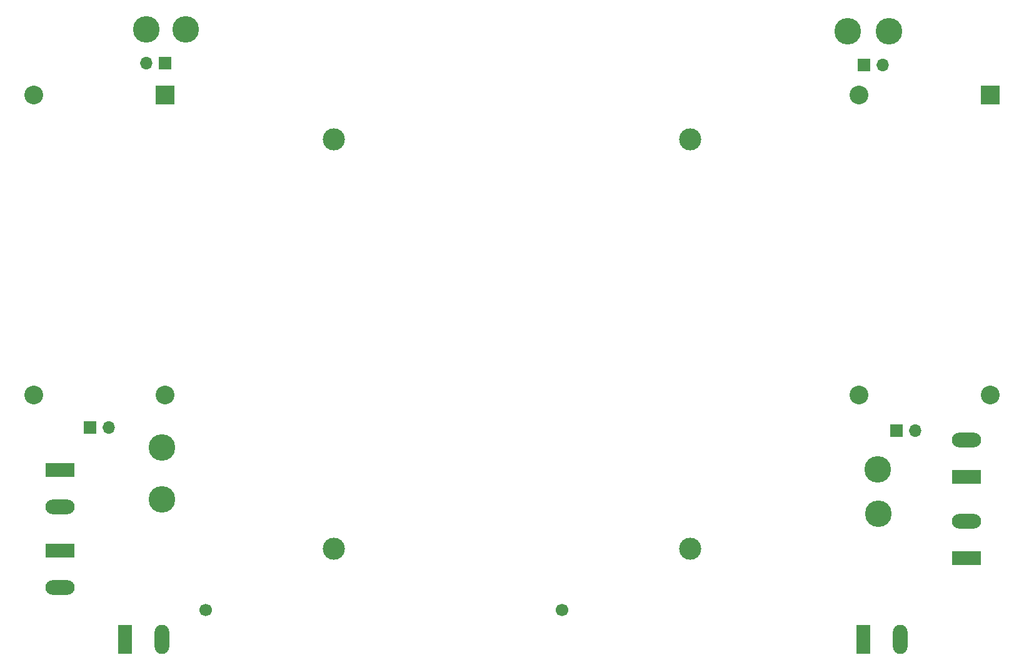
<source format=gbr>
%TF.GenerationSoftware,KiCad,Pcbnew,7.0.8*%
%TF.CreationDate,2023-10-08T21:39:20-07:00*%
%TF.ProjectId,cube2,63756265-322e-46b6-9963-61645f706362,rev?*%
%TF.SameCoordinates,Original*%
%TF.FileFunction,Soldermask,Bot*%
%TF.FilePolarity,Negative*%
%FSLAX46Y46*%
G04 Gerber Fmt 4.6, Leading zero omitted, Abs format (unit mm)*
G04 Created by KiCad (PCBNEW 7.0.8) date 2023-10-08 21:39:20*
%MOMM*%
%LPD*%
G01*
G04 APERTURE LIST*
%ADD10C,3.600000*%
%ADD11R,1.980000X3.960000*%
%ADD12O,1.980000X3.960000*%
%ADD13R,3.960000X1.980000*%
%ADD14O,3.960000X1.980000*%
%ADD15R,1.700000X1.700000*%
%ADD16O,1.700000X1.700000*%
%ADD17R,2.540000X2.540000*%
%ADD18C,2.540000*%
%ADD19C,3.000000*%
%ADD20C,1.700000*%
G04 APERTURE END LIST*
D10*
%TO.C,J13*%
X156464000Y-53594000D03*
%TD*%
%TO.C,J12*%
X150876000Y-53594000D03*
%TD*%
%TO.C,J10*%
X55880000Y-53340000D03*
%TD*%
%TO.C,J9*%
X61214000Y-53340000D03*
%TD*%
D11*
%TO.C,J8*%
X153000000Y-136000000D03*
D12*
X158000000Y-136000000D03*
%TD*%
D13*
%TO.C,J7*%
X167000000Y-125000000D03*
D14*
X167000000Y-120000000D03*
%TD*%
D11*
%TO.C,J6*%
X53000000Y-136000000D03*
D12*
X58000000Y-136000000D03*
%TD*%
D14*
%TO.C,J5*%
X44196000Y-128952000D03*
D13*
X44196000Y-123952000D03*
%TD*%
%TO.C,J4*%
X167000000Y-114000000D03*
D14*
X167000000Y-109000000D03*
%TD*%
D13*
%TO.C,J15*%
X44196000Y-113030000D03*
D14*
X44196000Y-118030000D03*
%TD*%
D10*
%TO.C,J3*%
X58000000Y-110000000D03*
%TD*%
D15*
%TO.C,JP4*%
X153035000Y-58166000D03*
D16*
X155575000Y-58166000D03*
%TD*%
D17*
%TO.C,U3*%
X58420000Y-62230000D03*
D18*
X40640000Y-62230000D03*
X40640000Y-102870000D03*
X58420000Y-102870000D03*
%TD*%
D10*
%TO.C,J1*%
X58000000Y-117000000D03*
%TD*%
D19*
%TO.C,BT2*%
X129565000Y-68245000D03*
X129565000Y-123745000D03*
D20*
X112215000Y-132045000D03*
%TD*%
%TO.C,BT1*%
X63955000Y-132045000D03*
D19*
X81305000Y-123745000D03*
X81305000Y-68245000D03*
%TD*%
D17*
%TO.C,U2*%
X170180000Y-62230000D03*
D18*
X152400000Y-62230000D03*
X152400000Y-102870000D03*
X170180000Y-102870000D03*
%TD*%
D10*
%TO.C,J2*%
X155000000Y-119000000D03*
%TD*%
D15*
%TO.C,JP3*%
X58420000Y-57912000D03*
D16*
X55880000Y-57912000D03*
%TD*%
%TO.C,JP2*%
X160000000Y-107700000D03*
D15*
X157460000Y-107700000D03*
%TD*%
D10*
%TO.C,J11*%
X154940000Y-113000000D03*
%TD*%
D15*
%TO.C,JP1*%
X48260000Y-107315000D03*
D16*
X50800000Y-107315000D03*
%TD*%
M02*

</source>
